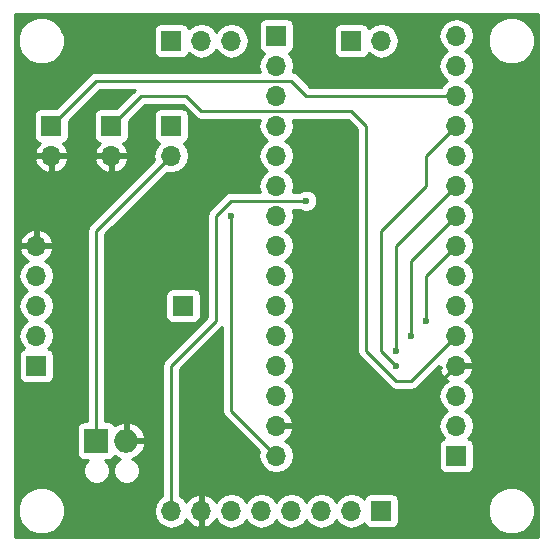
<source format=gbr>
G04 #@! TF.FileFunction,Copper,L2,Bot,Signal*
%FSLAX46Y46*%
G04 Gerber Fmt 4.6, Leading zero omitted, Abs format (unit mm)*
G04 Created by KiCad (PCBNEW 4.0.5) date 08/12/17 16:39:25*
%MOMM*%
%LPD*%
G01*
G04 APERTURE LIST*
%ADD10C,0.100000*%
%ADD11R,1.700000X1.700000*%
%ADD12O,1.700000X1.700000*%
%ADD13O,1.998980X1.998980*%
%ADD14R,1.998980X1.998980*%
%ADD15C,0.600000*%
%ADD16C,0.250000*%
%ADD17C,0.254000*%
G04 APERTURE END LIST*
D10*
D11*
X120650000Y-88900000D03*
D12*
X120650000Y-91440000D03*
D13*
X116840000Y-115570000D03*
D14*
X114300000Y-115570000D03*
D11*
X144780000Y-116840000D03*
D12*
X144780000Y-114300000D03*
X144780000Y-111760000D03*
X144780000Y-109220000D03*
X144780000Y-106680000D03*
X144780000Y-104140000D03*
X144780000Y-101600000D03*
X144780000Y-99060000D03*
X144780000Y-96520000D03*
X144780000Y-93980000D03*
X144780000Y-91440000D03*
X144780000Y-88900000D03*
X144780000Y-86360000D03*
X144780000Y-83820000D03*
X144780000Y-81280000D03*
D11*
X129540000Y-81280000D03*
D12*
X129540000Y-83820000D03*
X129540000Y-86360000D03*
X129540000Y-88900000D03*
X129540000Y-91440000D03*
X129540000Y-93980000D03*
X129540000Y-96520000D03*
X129540000Y-99060000D03*
X129540000Y-101600000D03*
X129540000Y-104140000D03*
X129540000Y-106680000D03*
X129540000Y-109220000D03*
X129540000Y-111760000D03*
X129540000Y-114300000D03*
X129540000Y-116840000D03*
D11*
X138430000Y-121500000D03*
D12*
X135890000Y-121500000D03*
X133350000Y-121500000D03*
X130810000Y-121500000D03*
X128270000Y-121500000D03*
X125730000Y-121500000D03*
X123190000Y-121500000D03*
X120650000Y-121500000D03*
D11*
X115570000Y-88900000D03*
D12*
X115570000Y-91440000D03*
D11*
X109220000Y-109220000D03*
D12*
X109220000Y-106680000D03*
X109220000Y-104140000D03*
X109220000Y-101600000D03*
X109220000Y-99060000D03*
D11*
X121650000Y-104140000D03*
X135890000Y-81700000D03*
D12*
X138430000Y-81700000D03*
D11*
X120650000Y-81700000D03*
D12*
X123190000Y-81700000D03*
X125730000Y-81700000D03*
D11*
X110490000Y-88900000D03*
D12*
X110490000Y-91440000D03*
D15*
X125730000Y-96520000D03*
X142240000Y-105410000D03*
X140970000Y-106680000D03*
X139700000Y-107950000D03*
X139700000Y-109220000D03*
X132080000Y-95250000D03*
D16*
X125730000Y-113030000D02*
X125730000Y-96520000D01*
X127000000Y-114300000D02*
X125730000Y-113030000D01*
X129540000Y-116840000D02*
X127000000Y-114300000D01*
X114300000Y-115570000D02*
X114300000Y-97790000D01*
X114300000Y-97790000D02*
X120650000Y-91440000D01*
X129540000Y-114300000D02*
X139700000Y-114300000D01*
X139700000Y-114300000D02*
X144780000Y-109220000D01*
X144780000Y-106680000D02*
X140970000Y-110490000D01*
X118110000Y-86360000D02*
X115570000Y-88900000D01*
X121920000Y-86360000D02*
X118110000Y-86360000D01*
X123190000Y-87630000D02*
X121920000Y-86360000D01*
X135890000Y-87630000D02*
X123190000Y-87630000D01*
X137160000Y-88900000D02*
X135890000Y-87630000D01*
X137160000Y-107950000D02*
X137160000Y-88900000D01*
X139700000Y-110490000D02*
X137160000Y-107950000D01*
X140970000Y-110490000D02*
X139700000Y-110490000D01*
X142240000Y-101600000D02*
X144780000Y-99060000D01*
X142240000Y-105410000D02*
X142240000Y-101600000D01*
X140970000Y-100330000D02*
X144780000Y-96520000D01*
X140970000Y-106680000D02*
X140970000Y-100330000D01*
X139700000Y-99060000D02*
X144780000Y-93980000D01*
X139700000Y-107950000D02*
X139700000Y-99060000D01*
X142240000Y-91440000D02*
X144780000Y-88900000D01*
X142240000Y-93980000D02*
X142240000Y-91440000D01*
X138430000Y-97790000D02*
X142240000Y-93980000D01*
X138430000Y-107950000D02*
X138430000Y-97790000D01*
X139700000Y-109220000D02*
X138430000Y-107950000D01*
X120650000Y-121500000D02*
X120650000Y-109220000D01*
X125730000Y-95250000D02*
X132080000Y-95250000D01*
X124460000Y-96520000D02*
X125730000Y-95250000D01*
X124460000Y-105410000D02*
X124460000Y-96520000D01*
X120650000Y-109220000D02*
X124460000Y-105410000D01*
X144780000Y-86360000D02*
X132080000Y-86360000D01*
X114300000Y-85090000D02*
X110490000Y-88900000D01*
X130810000Y-85090000D02*
X114300000Y-85090000D01*
X132080000Y-86360000D02*
X130810000Y-85090000D01*
D17*
G36*
X151690000Y-123750000D02*
X107390000Y-123750000D01*
X107390000Y-121893109D01*
X107654657Y-121893109D01*
X107956218Y-122622943D01*
X108514120Y-123181819D01*
X109243427Y-123484654D01*
X110033109Y-123485343D01*
X110762943Y-123183782D01*
X111321819Y-122625880D01*
X111624654Y-121896573D01*
X111625343Y-121106891D01*
X111323782Y-120377057D01*
X110765880Y-119818181D01*
X110036573Y-119515346D01*
X109246891Y-119514657D01*
X108517057Y-119816218D01*
X107958181Y-120374120D01*
X107655346Y-121103427D01*
X107654657Y-121893109D01*
X107390000Y-121893109D01*
X107390000Y-114570510D01*
X112653070Y-114570510D01*
X112653070Y-116569490D01*
X112697348Y-116804807D01*
X112836420Y-117020931D01*
X113048620Y-117165921D01*
X113300510Y-117216930D01*
X113588095Y-117216930D01*
X113338355Y-117466235D01*
X113165197Y-117883244D01*
X113164803Y-118334775D01*
X113337233Y-118752086D01*
X113656235Y-119071645D01*
X114073244Y-119244803D01*
X114524775Y-119245197D01*
X114942086Y-119072767D01*
X115261645Y-118753765D01*
X115434803Y-118336756D01*
X115435197Y-117885225D01*
X115262767Y-117467914D01*
X115012220Y-117216930D01*
X115299490Y-117216930D01*
X115534807Y-117172652D01*
X115750931Y-117033580D01*
X115861094Y-116872351D01*
X115880274Y-116893068D01*
X116321614Y-117096121D01*
X116197914Y-117147233D01*
X115878355Y-117466235D01*
X115705197Y-117883244D01*
X115704803Y-118334775D01*
X115877233Y-118752086D01*
X116196235Y-119071645D01*
X116613244Y-119244803D01*
X117064775Y-119245197D01*
X117482086Y-119072767D01*
X117801645Y-118753765D01*
X117974803Y-118336756D01*
X117975197Y-117885225D01*
X117802767Y-117467914D01*
X117483765Y-117148355D01*
X117358190Y-117096211D01*
X117799726Y-116893068D01*
X118232987Y-116425084D01*
X118429619Y-115950354D01*
X118310265Y-115697000D01*
X116967000Y-115697000D01*
X116967000Y-115717000D01*
X116713000Y-115717000D01*
X116713000Y-115697000D01*
X116693000Y-115697000D01*
X116693000Y-115443000D01*
X116713000Y-115443000D01*
X116713000Y-114099193D01*
X116967000Y-114099193D01*
X116967000Y-115443000D01*
X118310265Y-115443000D01*
X118429619Y-115189646D01*
X118232987Y-114714916D01*
X117799726Y-114246932D01*
X117220355Y-113980373D01*
X116967000Y-114099193D01*
X116713000Y-114099193D01*
X116459645Y-113980373D01*
X115880274Y-114246932D01*
X115859970Y-114268863D01*
X115763580Y-114119069D01*
X115551380Y-113974079D01*
X115299490Y-113923070D01*
X115060000Y-113923070D01*
X115060000Y-103290000D01*
X120152560Y-103290000D01*
X120152560Y-104990000D01*
X120196838Y-105225317D01*
X120335910Y-105441441D01*
X120548110Y-105586431D01*
X120800000Y-105637440D01*
X122500000Y-105637440D01*
X122735317Y-105593162D01*
X122951441Y-105454090D01*
X123096431Y-105241890D01*
X123147440Y-104990000D01*
X123147440Y-103290000D01*
X123103162Y-103054683D01*
X122964090Y-102838559D01*
X122751890Y-102693569D01*
X122500000Y-102642560D01*
X120800000Y-102642560D01*
X120564683Y-102686838D01*
X120348559Y-102825910D01*
X120203569Y-103038110D01*
X120152560Y-103290000D01*
X115060000Y-103290000D01*
X115060000Y-98104802D01*
X120303031Y-92861771D01*
X120620907Y-92925000D01*
X120679093Y-92925000D01*
X121247378Y-92811961D01*
X121729147Y-92490054D01*
X122051054Y-92008285D01*
X122164093Y-91440000D01*
X122051054Y-90871715D01*
X121729147Y-90389946D01*
X121687548Y-90362150D01*
X121735317Y-90353162D01*
X121951441Y-90214090D01*
X122096431Y-90001890D01*
X122147440Y-89750000D01*
X122147440Y-88050000D01*
X122103162Y-87814683D01*
X121964090Y-87598559D01*
X121751890Y-87453569D01*
X121500000Y-87402560D01*
X119800000Y-87402560D01*
X119564683Y-87446838D01*
X119348559Y-87585910D01*
X119203569Y-87798110D01*
X119152560Y-88050000D01*
X119152560Y-89750000D01*
X119196838Y-89985317D01*
X119335910Y-90201441D01*
X119548110Y-90346431D01*
X119615541Y-90360086D01*
X119570853Y-90389946D01*
X119248946Y-90871715D01*
X119135907Y-91440000D01*
X119208790Y-91806408D01*
X113762599Y-97252599D01*
X113597852Y-97499161D01*
X113540000Y-97790000D01*
X113540000Y-113923070D01*
X113300510Y-113923070D01*
X113065193Y-113967348D01*
X112849069Y-114106420D01*
X112704079Y-114318620D01*
X112653070Y-114570510D01*
X107390000Y-114570510D01*
X107390000Y-101600000D01*
X107705907Y-101600000D01*
X107818946Y-102168285D01*
X108140853Y-102650054D01*
X108470026Y-102870000D01*
X108140853Y-103089946D01*
X107818946Y-103571715D01*
X107705907Y-104140000D01*
X107818946Y-104708285D01*
X108140853Y-105190054D01*
X108470026Y-105410000D01*
X108140853Y-105629946D01*
X107818946Y-106111715D01*
X107705907Y-106680000D01*
X107818946Y-107248285D01*
X108140853Y-107730054D01*
X108182452Y-107757850D01*
X108134683Y-107766838D01*
X107918559Y-107905910D01*
X107773569Y-108118110D01*
X107722560Y-108370000D01*
X107722560Y-110070000D01*
X107766838Y-110305317D01*
X107905910Y-110521441D01*
X108118110Y-110666431D01*
X108370000Y-110717440D01*
X110070000Y-110717440D01*
X110305317Y-110673162D01*
X110521441Y-110534090D01*
X110666431Y-110321890D01*
X110717440Y-110070000D01*
X110717440Y-108370000D01*
X110673162Y-108134683D01*
X110534090Y-107918559D01*
X110321890Y-107773569D01*
X110254459Y-107759914D01*
X110299147Y-107730054D01*
X110621054Y-107248285D01*
X110734093Y-106680000D01*
X110621054Y-106111715D01*
X110299147Y-105629946D01*
X109969974Y-105410000D01*
X110299147Y-105190054D01*
X110621054Y-104708285D01*
X110734093Y-104140000D01*
X110621054Y-103571715D01*
X110299147Y-103089946D01*
X109969974Y-102870000D01*
X110299147Y-102650054D01*
X110621054Y-102168285D01*
X110734093Y-101600000D01*
X110621054Y-101031715D01*
X110299147Y-100549946D01*
X109958447Y-100322298D01*
X110101358Y-100255183D01*
X110491645Y-99826924D01*
X110661476Y-99416890D01*
X110540155Y-99187000D01*
X109347000Y-99187000D01*
X109347000Y-99207000D01*
X109093000Y-99207000D01*
X109093000Y-99187000D01*
X107899845Y-99187000D01*
X107778524Y-99416890D01*
X107948355Y-99826924D01*
X108338642Y-100255183D01*
X108481553Y-100322298D01*
X108140853Y-100549946D01*
X107818946Y-101031715D01*
X107705907Y-101600000D01*
X107390000Y-101600000D01*
X107390000Y-98703110D01*
X107778524Y-98703110D01*
X107899845Y-98933000D01*
X109093000Y-98933000D01*
X109093000Y-97739181D01*
X109347000Y-97739181D01*
X109347000Y-98933000D01*
X110540155Y-98933000D01*
X110661476Y-98703110D01*
X110491645Y-98293076D01*
X110101358Y-97864817D01*
X109576892Y-97618514D01*
X109347000Y-97739181D01*
X109093000Y-97739181D01*
X108863108Y-97618514D01*
X108338642Y-97864817D01*
X107948355Y-98293076D01*
X107778524Y-98703110D01*
X107390000Y-98703110D01*
X107390000Y-91796890D01*
X109048524Y-91796890D01*
X109218355Y-92206924D01*
X109608642Y-92635183D01*
X110133108Y-92881486D01*
X110363000Y-92760819D01*
X110363000Y-91567000D01*
X110617000Y-91567000D01*
X110617000Y-92760819D01*
X110846892Y-92881486D01*
X111371358Y-92635183D01*
X111761645Y-92206924D01*
X111931476Y-91796890D01*
X114128524Y-91796890D01*
X114298355Y-92206924D01*
X114688642Y-92635183D01*
X115213108Y-92881486D01*
X115443000Y-92760819D01*
X115443000Y-91567000D01*
X115697000Y-91567000D01*
X115697000Y-92760819D01*
X115926892Y-92881486D01*
X116451358Y-92635183D01*
X116841645Y-92206924D01*
X117011476Y-91796890D01*
X116890155Y-91567000D01*
X115697000Y-91567000D01*
X115443000Y-91567000D01*
X114249845Y-91567000D01*
X114128524Y-91796890D01*
X111931476Y-91796890D01*
X111810155Y-91567000D01*
X110617000Y-91567000D01*
X110363000Y-91567000D01*
X109169845Y-91567000D01*
X109048524Y-91796890D01*
X107390000Y-91796890D01*
X107390000Y-88050000D01*
X108992560Y-88050000D01*
X108992560Y-89750000D01*
X109036838Y-89985317D01*
X109175910Y-90201441D01*
X109388110Y-90346431D01*
X109496107Y-90368301D01*
X109218355Y-90673076D01*
X109048524Y-91083110D01*
X109169845Y-91313000D01*
X110363000Y-91313000D01*
X110363000Y-91293000D01*
X110617000Y-91293000D01*
X110617000Y-91313000D01*
X111810155Y-91313000D01*
X111931476Y-91083110D01*
X111761645Y-90673076D01*
X111485499Y-90370063D01*
X111575317Y-90353162D01*
X111791441Y-90214090D01*
X111936431Y-90001890D01*
X111987440Y-89750000D01*
X111987440Y-88477362D01*
X114614802Y-85850000D01*
X117545198Y-85850000D01*
X115992638Y-87402560D01*
X114720000Y-87402560D01*
X114484683Y-87446838D01*
X114268559Y-87585910D01*
X114123569Y-87798110D01*
X114072560Y-88050000D01*
X114072560Y-89750000D01*
X114116838Y-89985317D01*
X114255910Y-90201441D01*
X114468110Y-90346431D01*
X114576107Y-90368301D01*
X114298355Y-90673076D01*
X114128524Y-91083110D01*
X114249845Y-91313000D01*
X115443000Y-91313000D01*
X115443000Y-91293000D01*
X115697000Y-91293000D01*
X115697000Y-91313000D01*
X116890155Y-91313000D01*
X117011476Y-91083110D01*
X116841645Y-90673076D01*
X116565499Y-90370063D01*
X116655317Y-90353162D01*
X116871441Y-90214090D01*
X117016431Y-90001890D01*
X117067440Y-89750000D01*
X117067440Y-88477362D01*
X118424802Y-87120000D01*
X121605198Y-87120000D01*
X122652599Y-88167401D01*
X122899160Y-88332148D01*
X123190000Y-88390000D01*
X128127352Y-88390000D01*
X128025907Y-88900000D01*
X128138946Y-89468285D01*
X128460853Y-89950054D01*
X128790026Y-90170000D01*
X128460853Y-90389946D01*
X128138946Y-90871715D01*
X128025907Y-91440000D01*
X128138946Y-92008285D01*
X128460853Y-92490054D01*
X128790026Y-92710000D01*
X128460853Y-92929946D01*
X128138946Y-93411715D01*
X128025907Y-93980000D01*
X128127352Y-94490000D01*
X125730000Y-94490000D01*
X125439160Y-94547852D01*
X125192599Y-94712599D01*
X123922599Y-95982599D01*
X123757852Y-96229161D01*
X123700000Y-96520000D01*
X123700000Y-105095198D01*
X120112599Y-108682599D01*
X119947852Y-108929161D01*
X119890000Y-109220000D01*
X119890000Y-120227046D01*
X119599946Y-120420853D01*
X119278039Y-120902622D01*
X119165000Y-121470907D01*
X119165000Y-121529093D01*
X119278039Y-122097378D01*
X119599946Y-122579147D01*
X120081715Y-122901054D01*
X120650000Y-123014093D01*
X121218285Y-122901054D01*
X121700054Y-122579147D01*
X121927702Y-122238447D01*
X121994817Y-122381358D01*
X122423076Y-122771645D01*
X122833110Y-122941476D01*
X123063000Y-122820155D01*
X123063000Y-121627000D01*
X123043000Y-121627000D01*
X123043000Y-121373000D01*
X123063000Y-121373000D01*
X123063000Y-120179845D01*
X123317000Y-120179845D01*
X123317000Y-121373000D01*
X123337000Y-121373000D01*
X123337000Y-121627000D01*
X123317000Y-121627000D01*
X123317000Y-122820155D01*
X123546890Y-122941476D01*
X123956924Y-122771645D01*
X124385183Y-122381358D01*
X124452298Y-122238447D01*
X124679946Y-122579147D01*
X125161715Y-122901054D01*
X125730000Y-123014093D01*
X126298285Y-122901054D01*
X126780054Y-122579147D01*
X127000000Y-122249974D01*
X127219946Y-122579147D01*
X127701715Y-122901054D01*
X128270000Y-123014093D01*
X128838285Y-122901054D01*
X129320054Y-122579147D01*
X129540000Y-122249974D01*
X129759946Y-122579147D01*
X130241715Y-122901054D01*
X130810000Y-123014093D01*
X131378285Y-122901054D01*
X131860054Y-122579147D01*
X132080000Y-122249974D01*
X132299946Y-122579147D01*
X132781715Y-122901054D01*
X133350000Y-123014093D01*
X133918285Y-122901054D01*
X134400054Y-122579147D01*
X134620000Y-122249974D01*
X134839946Y-122579147D01*
X135321715Y-122901054D01*
X135890000Y-123014093D01*
X136458285Y-122901054D01*
X136940054Y-122579147D01*
X136967850Y-122537548D01*
X136976838Y-122585317D01*
X137115910Y-122801441D01*
X137328110Y-122946431D01*
X137580000Y-122997440D01*
X139280000Y-122997440D01*
X139515317Y-122953162D01*
X139731441Y-122814090D01*
X139876431Y-122601890D01*
X139927440Y-122350000D01*
X139927440Y-121893109D01*
X147454657Y-121893109D01*
X147756218Y-122622943D01*
X148314120Y-123181819D01*
X149043427Y-123484654D01*
X149833109Y-123485343D01*
X150562943Y-123183782D01*
X151121819Y-122625880D01*
X151424654Y-121896573D01*
X151425343Y-121106891D01*
X151123782Y-120377057D01*
X150565880Y-119818181D01*
X149836573Y-119515346D01*
X149046891Y-119514657D01*
X148317057Y-119816218D01*
X147758181Y-120374120D01*
X147455346Y-121103427D01*
X147454657Y-121893109D01*
X139927440Y-121893109D01*
X139927440Y-120650000D01*
X139883162Y-120414683D01*
X139744090Y-120198559D01*
X139531890Y-120053569D01*
X139280000Y-120002560D01*
X137580000Y-120002560D01*
X137344683Y-120046838D01*
X137128559Y-120185910D01*
X136983569Y-120398110D01*
X136969914Y-120465541D01*
X136940054Y-120420853D01*
X136458285Y-120098946D01*
X135890000Y-119985907D01*
X135321715Y-120098946D01*
X134839946Y-120420853D01*
X134620000Y-120750026D01*
X134400054Y-120420853D01*
X133918285Y-120098946D01*
X133350000Y-119985907D01*
X132781715Y-120098946D01*
X132299946Y-120420853D01*
X132080000Y-120750026D01*
X131860054Y-120420853D01*
X131378285Y-120098946D01*
X130810000Y-119985907D01*
X130241715Y-120098946D01*
X129759946Y-120420853D01*
X129540000Y-120750026D01*
X129320054Y-120420853D01*
X128838285Y-120098946D01*
X128270000Y-119985907D01*
X127701715Y-120098946D01*
X127219946Y-120420853D01*
X127000000Y-120750026D01*
X126780054Y-120420853D01*
X126298285Y-120098946D01*
X125730000Y-119985907D01*
X125161715Y-120098946D01*
X124679946Y-120420853D01*
X124452298Y-120761553D01*
X124385183Y-120618642D01*
X123956924Y-120228355D01*
X123546890Y-120058524D01*
X123317000Y-120179845D01*
X123063000Y-120179845D01*
X122833110Y-120058524D01*
X122423076Y-120228355D01*
X121994817Y-120618642D01*
X121927702Y-120761553D01*
X121700054Y-120420853D01*
X121410000Y-120227046D01*
X121410000Y-109534802D01*
X124970000Y-105974802D01*
X124970000Y-113030000D01*
X125027852Y-113320839D01*
X125192599Y-113567401D01*
X128098790Y-116473592D01*
X128025907Y-116840000D01*
X128138946Y-117408285D01*
X128460853Y-117890054D01*
X128942622Y-118211961D01*
X129510907Y-118325000D01*
X129569093Y-118325000D01*
X130137378Y-118211961D01*
X130619147Y-117890054D01*
X130941054Y-117408285D01*
X131054093Y-116840000D01*
X130941054Y-116271715D01*
X130619147Y-115789946D01*
X130278447Y-115562298D01*
X130421358Y-115495183D01*
X130811645Y-115066924D01*
X130981476Y-114656890D01*
X130860155Y-114427000D01*
X129667000Y-114427000D01*
X129667000Y-114447000D01*
X129413000Y-114447000D01*
X129413000Y-114427000D01*
X129393000Y-114427000D01*
X129393000Y-114173000D01*
X129413000Y-114173000D01*
X129413000Y-114153000D01*
X129667000Y-114153000D01*
X129667000Y-114173000D01*
X130860155Y-114173000D01*
X130981476Y-113943110D01*
X130811645Y-113533076D01*
X130421358Y-113104817D01*
X130278447Y-113037702D01*
X130619147Y-112810054D01*
X130941054Y-112328285D01*
X131054093Y-111760000D01*
X130941054Y-111191715D01*
X130619147Y-110709946D01*
X130289974Y-110490000D01*
X130619147Y-110270054D01*
X130941054Y-109788285D01*
X131054093Y-109220000D01*
X130941054Y-108651715D01*
X130619147Y-108169946D01*
X130289974Y-107950000D01*
X130619147Y-107730054D01*
X130941054Y-107248285D01*
X131054093Y-106680000D01*
X130941054Y-106111715D01*
X130619147Y-105629946D01*
X130289974Y-105410000D01*
X130619147Y-105190054D01*
X130941054Y-104708285D01*
X131054093Y-104140000D01*
X130941054Y-103571715D01*
X130619147Y-103089946D01*
X130289974Y-102870000D01*
X130619147Y-102650054D01*
X130941054Y-102168285D01*
X131054093Y-101600000D01*
X130941054Y-101031715D01*
X130619147Y-100549946D01*
X130289974Y-100330000D01*
X130619147Y-100110054D01*
X130941054Y-99628285D01*
X131054093Y-99060000D01*
X130941054Y-98491715D01*
X130619147Y-98009946D01*
X130289974Y-97790000D01*
X130619147Y-97570054D01*
X130941054Y-97088285D01*
X131054093Y-96520000D01*
X130952648Y-96010000D01*
X131517537Y-96010000D01*
X131549673Y-96042192D01*
X131893201Y-96184838D01*
X132265167Y-96185162D01*
X132608943Y-96043117D01*
X132872192Y-95780327D01*
X133014838Y-95436799D01*
X133015162Y-95064833D01*
X132873117Y-94721057D01*
X132610327Y-94457808D01*
X132266799Y-94315162D01*
X131894833Y-94314838D01*
X131551057Y-94456883D01*
X131517882Y-94490000D01*
X130952648Y-94490000D01*
X131054093Y-93980000D01*
X130941054Y-93411715D01*
X130619147Y-92929946D01*
X130289974Y-92710000D01*
X130619147Y-92490054D01*
X130941054Y-92008285D01*
X131054093Y-91440000D01*
X130941054Y-90871715D01*
X130619147Y-90389946D01*
X130289974Y-90170000D01*
X130619147Y-89950054D01*
X130941054Y-89468285D01*
X131054093Y-88900000D01*
X130952648Y-88390000D01*
X135575198Y-88390000D01*
X136400000Y-89214802D01*
X136400000Y-107950000D01*
X136457852Y-108240839D01*
X136622599Y-108487401D01*
X139162599Y-111027401D01*
X139409160Y-111192148D01*
X139457414Y-111201746D01*
X139700000Y-111250000D01*
X140970000Y-111250000D01*
X141260839Y-111192148D01*
X141507401Y-111027401D01*
X143295000Y-109239802D01*
X143295000Y-109347002D01*
X143459844Y-109347002D01*
X143338524Y-109576890D01*
X143508355Y-109986924D01*
X143898642Y-110415183D01*
X144041553Y-110482298D01*
X143700853Y-110709946D01*
X143378946Y-111191715D01*
X143265907Y-111760000D01*
X143378946Y-112328285D01*
X143700853Y-112810054D01*
X144030026Y-113030000D01*
X143700853Y-113249946D01*
X143378946Y-113731715D01*
X143265907Y-114300000D01*
X143378946Y-114868285D01*
X143700853Y-115350054D01*
X143742452Y-115377850D01*
X143694683Y-115386838D01*
X143478559Y-115525910D01*
X143333569Y-115738110D01*
X143282560Y-115990000D01*
X143282560Y-117690000D01*
X143326838Y-117925317D01*
X143465910Y-118141441D01*
X143678110Y-118286431D01*
X143930000Y-118337440D01*
X145630000Y-118337440D01*
X145865317Y-118293162D01*
X146081441Y-118154090D01*
X146226431Y-117941890D01*
X146277440Y-117690000D01*
X146277440Y-115990000D01*
X146233162Y-115754683D01*
X146094090Y-115538559D01*
X145881890Y-115393569D01*
X145814459Y-115379914D01*
X145859147Y-115350054D01*
X146181054Y-114868285D01*
X146294093Y-114300000D01*
X146181054Y-113731715D01*
X145859147Y-113249946D01*
X145529974Y-113030000D01*
X145859147Y-112810054D01*
X146181054Y-112328285D01*
X146294093Y-111760000D01*
X146181054Y-111191715D01*
X145859147Y-110709946D01*
X145518447Y-110482298D01*
X145661358Y-110415183D01*
X146051645Y-109986924D01*
X146221476Y-109576890D01*
X146100155Y-109347000D01*
X144907000Y-109347000D01*
X144907000Y-109367000D01*
X144653000Y-109367000D01*
X144653000Y-109347000D01*
X144633000Y-109347000D01*
X144633000Y-109093000D01*
X144653000Y-109093000D01*
X144653000Y-109073000D01*
X144907000Y-109073000D01*
X144907000Y-109093000D01*
X146100155Y-109093000D01*
X146221476Y-108863110D01*
X146051645Y-108453076D01*
X145661358Y-108024817D01*
X145518447Y-107957702D01*
X145859147Y-107730054D01*
X146181054Y-107248285D01*
X146294093Y-106680000D01*
X146181054Y-106111715D01*
X145859147Y-105629946D01*
X145529974Y-105410000D01*
X145859147Y-105190054D01*
X146181054Y-104708285D01*
X146294093Y-104140000D01*
X146181054Y-103571715D01*
X145859147Y-103089946D01*
X145529974Y-102870000D01*
X145859147Y-102650054D01*
X146181054Y-102168285D01*
X146294093Y-101600000D01*
X146181054Y-101031715D01*
X145859147Y-100549946D01*
X145529974Y-100330000D01*
X145859147Y-100110054D01*
X146181054Y-99628285D01*
X146294093Y-99060000D01*
X146181054Y-98491715D01*
X145859147Y-98009946D01*
X145529974Y-97790000D01*
X145859147Y-97570054D01*
X146181054Y-97088285D01*
X146294093Y-96520000D01*
X146181054Y-95951715D01*
X145859147Y-95469946D01*
X145529974Y-95250000D01*
X145859147Y-95030054D01*
X146181054Y-94548285D01*
X146294093Y-93980000D01*
X146181054Y-93411715D01*
X145859147Y-92929946D01*
X145529974Y-92710000D01*
X145859147Y-92490054D01*
X146181054Y-92008285D01*
X146294093Y-91440000D01*
X146181054Y-90871715D01*
X145859147Y-90389946D01*
X145529974Y-90170000D01*
X145859147Y-89950054D01*
X146181054Y-89468285D01*
X146294093Y-88900000D01*
X146181054Y-88331715D01*
X145859147Y-87849946D01*
X145529974Y-87630000D01*
X145859147Y-87410054D01*
X146181054Y-86928285D01*
X146294093Y-86360000D01*
X146181054Y-85791715D01*
X145859147Y-85309946D01*
X145529974Y-85090000D01*
X145859147Y-84870054D01*
X146181054Y-84388285D01*
X146294093Y-83820000D01*
X146181054Y-83251715D01*
X145859147Y-82769946D01*
X145529974Y-82550000D01*
X145859147Y-82330054D01*
X146017468Y-82093109D01*
X147454657Y-82093109D01*
X147756218Y-82822943D01*
X148314120Y-83381819D01*
X149043427Y-83684654D01*
X149833109Y-83685343D01*
X150562943Y-83383782D01*
X151121819Y-82825880D01*
X151424654Y-82096573D01*
X151425343Y-81306891D01*
X151123782Y-80577057D01*
X150565880Y-80018181D01*
X149836573Y-79715346D01*
X149046891Y-79714657D01*
X148317057Y-80016218D01*
X147758181Y-80574120D01*
X147455346Y-81303427D01*
X147454657Y-82093109D01*
X146017468Y-82093109D01*
X146181054Y-81848285D01*
X146294093Y-81280000D01*
X146181054Y-80711715D01*
X145859147Y-80229946D01*
X145377378Y-79908039D01*
X144809093Y-79795000D01*
X144750907Y-79795000D01*
X144182622Y-79908039D01*
X143700853Y-80229946D01*
X143378946Y-80711715D01*
X143265907Y-81280000D01*
X143378946Y-81848285D01*
X143700853Y-82330054D01*
X144030026Y-82550000D01*
X143700853Y-82769946D01*
X143378946Y-83251715D01*
X143265907Y-83820000D01*
X143378946Y-84388285D01*
X143700853Y-84870054D01*
X144030026Y-85090000D01*
X143700853Y-85309946D01*
X143507046Y-85600000D01*
X132394802Y-85600000D01*
X131347401Y-84552599D01*
X131100839Y-84387852D01*
X130947218Y-84357295D01*
X131054093Y-83820000D01*
X130941054Y-83251715D01*
X130619147Y-82769946D01*
X130577548Y-82742150D01*
X130625317Y-82733162D01*
X130841441Y-82594090D01*
X130986431Y-82381890D01*
X131037440Y-82130000D01*
X131037440Y-80850000D01*
X134392560Y-80850000D01*
X134392560Y-82550000D01*
X134436838Y-82785317D01*
X134575910Y-83001441D01*
X134788110Y-83146431D01*
X135040000Y-83197440D01*
X136740000Y-83197440D01*
X136975317Y-83153162D01*
X137191441Y-83014090D01*
X137336431Y-82801890D01*
X137350086Y-82734459D01*
X137379946Y-82779147D01*
X137861715Y-83101054D01*
X138430000Y-83214093D01*
X138998285Y-83101054D01*
X139480054Y-82779147D01*
X139801961Y-82297378D01*
X139915000Y-81729093D01*
X139915000Y-81670907D01*
X139801961Y-81102622D01*
X139480054Y-80620853D01*
X138998285Y-80298946D01*
X138430000Y-80185907D01*
X137861715Y-80298946D01*
X137379946Y-80620853D01*
X137352150Y-80662452D01*
X137343162Y-80614683D01*
X137204090Y-80398559D01*
X136991890Y-80253569D01*
X136740000Y-80202560D01*
X135040000Y-80202560D01*
X134804683Y-80246838D01*
X134588559Y-80385910D01*
X134443569Y-80598110D01*
X134392560Y-80850000D01*
X131037440Y-80850000D01*
X131037440Y-80430000D01*
X130993162Y-80194683D01*
X130854090Y-79978559D01*
X130641890Y-79833569D01*
X130390000Y-79782560D01*
X128690000Y-79782560D01*
X128454683Y-79826838D01*
X128238559Y-79965910D01*
X128093569Y-80178110D01*
X128042560Y-80430000D01*
X128042560Y-82130000D01*
X128086838Y-82365317D01*
X128225910Y-82581441D01*
X128438110Y-82726431D01*
X128505541Y-82740086D01*
X128460853Y-82769946D01*
X128138946Y-83251715D01*
X128025907Y-83820000D01*
X128127352Y-84330000D01*
X114300000Y-84330000D01*
X114009161Y-84387852D01*
X113762599Y-84552599D01*
X110912638Y-87402560D01*
X109640000Y-87402560D01*
X109404683Y-87446838D01*
X109188559Y-87585910D01*
X109043569Y-87798110D01*
X108992560Y-88050000D01*
X107390000Y-88050000D01*
X107390000Y-82093109D01*
X107654657Y-82093109D01*
X107956218Y-82822943D01*
X108514120Y-83381819D01*
X109243427Y-83684654D01*
X110033109Y-83685343D01*
X110762943Y-83383782D01*
X111321819Y-82825880D01*
X111624654Y-82096573D01*
X111625343Y-81306891D01*
X111436560Y-80850000D01*
X119152560Y-80850000D01*
X119152560Y-82550000D01*
X119196838Y-82785317D01*
X119335910Y-83001441D01*
X119548110Y-83146431D01*
X119800000Y-83197440D01*
X121500000Y-83197440D01*
X121735317Y-83153162D01*
X121951441Y-83014090D01*
X122096431Y-82801890D01*
X122110086Y-82734459D01*
X122139946Y-82779147D01*
X122621715Y-83101054D01*
X123190000Y-83214093D01*
X123758285Y-83101054D01*
X124240054Y-82779147D01*
X124460000Y-82449974D01*
X124679946Y-82779147D01*
X125161715Y-83101054D01*
X125730000Y-83214093D01*
X126298285Y-83101054D01*
X126780054Y-82779147D01*
X127101961Y-82297378D01*
X127215000Y-81729093D01*
X127215000Y-81670907D01*
X127101961Y-81102622D01*
X126780054Y-80620853D01*
X126298285Y-80298946D01*
X125730000Y-80185907D01*
X125161715Y-80298946D01*
X124679946Y-80620853D01*
X124460000Y-80950026D01*
X124240054Y-80620853D01*
X123758285Y-80298946D01*
X123190000Y-80185907D01*
X122621715Y-80298946D01*
X122139946Y-80620853D01*
X122112150Y-80662452D01*
X122103162Y-80614683D01*
X121964090Y-80398559D01*
X121751890Y-80253569D01*
X121500000Y-80202560D01*
X119800000Y-80202560D01*
X119564683Y-80246838D01*
X119348559Y-80385910D01*
X119203569Y-80598110D01*
X119152560Y-80850000D01*
X111436560Y-80850000D01*
X111323782Y-80577057D01*
X110765880Y-80018181D01*
X110036573Y-79715346D01*
X109246891Y-79714657D01*
X108517057Y-80016218D01*
X107958181Y-80574120D01*
X107655346Y-81303427D01*
X107654657Y-82093109D01*
X107390000Y-82093109D01*
X107390000Y-79450000D01*
X151690000Y-79450000D01*
X151690000Y-123750000D01*
X151690000Y-123750000D01*
G37*
X151690000Y-123750000D02*
X107390000Y-123750000D01*
X107390000Y-121893109D01*
X107654657Y-121893109D01*
X107956218Y-122622943D01*
X108514120Y-123181819D01*
X109243427Y-123484654D01*
X110033109Y-123485343D01*
X110762943Y-123183782D01*
X111321819Y-122625880D01*
X111624654Y-121896573D01*
X111625343Y-121106891D01*
X111323782Y-120377057D01*
X110765880Y-119818181D01*
X110036573Y-119515346D01*
X109246891Y-119514657D01*
X108517057Y-119816218D01*
X107958181Y-120374120D01*
X107655346Y-121103427D01*
X107654657Y-121893109D01*
X107390000Y-121893109D01*
X107390000Y-114570510D01*
X112653070Y-114570510D01*
X112653070Y-116569490D01*
X112697348Y-116804807D01*
X112836420Y-117020931D01*
X113048620Y-117165921D01*
X113300510Y-117216930D01*
X113588095Y-117216930D01*
X113338355Y-117466235D01*
X113165197Y-117883244D01*
X113164803Y-118334775D01*
X113337233Y-118752086D01*
X113656235Y-119071645D01*
X114073244Y-119244803D01*
X114524775Y-119245197D01*
X114942086Y-119072767D01*
X115261645Y-118753765D01*
X115434803Y-118336756D01*
X115435197Y-117885225D01*
X115262767Y-117467914D01*
X115012220Y-117216930D01*
X115299490Y-117216930D01*
X115534807Y-117172652D01*
X115750931Y-117033580D01*
X115861094Y-116872351D01*
X115880274Y-116893068D01*
X116321614Y-117096121D01*
X116197914Y-117147233D01*
X115878355Y-117466235D01*
X115705197Y-117883244D01*
X115704803Y-118334775D01*
X115877233Y-118752086D01*
X116196235Y-119071645D01*
X116613244Y-119244803D01*
X117064775Y-119245197D01*
X117482086Y-119072767D01*
X117801645Y-118753765D01*
X117974803Y-118336756D01*
X117975197Y-117885225D01*
X117802767Y-117467914D01*
X117483765Y-117148355D01*
X117358190Y-117096211D01*
X117799726Y-116893068D01*
X118232987Y-116425084D01*
X118429619Y-115950354D01*
X118310265Y-115697000D01*
X116967000Y-115697000D01*
X116967000Y-115717000D01*
X116713000Y-115717000D01*
X116713000Y-115697000D01*
X116693000Y-115697000D01*
X116693000Y-115443000D01*
X116713000Y-115443000D01*
X116713000Y-114099193D01*
X116967000Y-114099193D01*
X116967000Y-115443000D01*
X118310265Y-115443000D01*
X118429619Y-115189646D01*
X118232987Y-114714916D01*
X117799726Y-114246932D01*
X117220355Y-113980373D01*
X116967000Y-114099193D01*
X116713000Y-114099193D01*
X116459645Y-113980373D01*
X115880274Y-114246932D01*
X115859970Y-114268863D01*
X115763580Y-114119069D01*
X115551380Y-113974079D01*
X115299490Y-113923070D01*
X115060000Y-113923070D01*
X115060000Y-103290000D01*
X120152560Y-103290000D01*
X120152560Y-104990000D01*
X120196838Y-105225317D01*
X120335910Y-105441441D01*
X120548110Y-105586431D01*
X120800000Y-105637440D01*
X122500000Y-105637440D01*
X122735317Y-105593162D01*
X122951441Y-105454090D01*
X123096431Y-105241890D01*
X123147440Y-104990000D01*
X123147440Y-103290000D01*
X123103162Y-103054683D01*
X122964090Y-102838559D01*
X122751890Y-102693569D01*
X122500000Y-102642560D01*
X120800000Y-102642560D01*
X120564683Y-102686838D01*
X120348559Y-102825910D01*
X120203569Y-103038110D01*
X120152560Y-103290000D01*
X115060000Y-103290000D01*
X115060000Y-98104802D01*
X120303031Y-92861771D01*
X120620907Y-92925000D01*
X120679093Y-92925000D01*
X121247378Y-92811961D01*
X121729147Y-92490054D01*
X122051054Y-92008285D01*
X122164093Y-91440000D01*
X122051054Y-90871715D01*
X121729147Y-90389946D01*
X121687548Y-90362150D01*
X121735317Y-90353162D01*
X121951441Y-90214090D01*
X122096431Y-90001890D01*
X122147440Y-89750000D01*
X122147440Y-88050000D01*
X122103162Y-87814683D01*
X121964090Y-87598559D01*
X121751890Y-87453569D01*
X121500000Y-87402560D01*
X119800000Y-87402560D01*
X119564683Y-87446838D01*
X119348559Y-87585910D01*
X119203569Y-87798110D01*
X119152560Y-88050000D01*
X119152560Y-89750000D01*
X119196838Y-89985317D01*
X119335910Y-90201441D01*
X119548110Y-90346431D01*
X119615541Y-90360086D01*
X119570853Y-90389946D01*
X119248946Y-90871715D01*
X119135907Y-91440000D01*
X119208790Y-91806408D01*
X113762599Y-97252599D01*
X113597852Y-97499161D01*
X113540000Y-97790000D01*
X113540000Y-113923070D01*
X113300510Y-113923070D01*
X113065193Y-113967348D01*
X112849069Y-114106420D01*
X112704079Y-114318620D01*
X112653070Y-114570510D01*
X107390000Y-114570510D01*
X107390000Y-101600000D01*
X107705907Y-101600000D01*
X107818946Y-102168285D01*
X108140853Y-102650054D01*
X108470026Y-102870000D01*
X108140853Y-103089946D01*
X107818946Y-103571715D01*
X107705907Y-104140000D01*
X107818946Y-104708285D01*
X108140853Y-105190054D01*
X108470026Y-105410000D01*
X108140853Y-105629946D01*
X107818946Y-106111715D01*
X107705907Y-106680000D01*
X107818946Y-107248285D01*
X108140853Y-107730054D01*
X108182452Y-107757850D01*
X108134683Y-107766838D01*
X107918559Y-107905910D01*
X107773569Y-108118110D01*
X107722560Y-108370000D01*
X107722560Y-110070000D01*
X107766838Y-110305317D01*
X107905910Y-110521441D01*
X108118110Y-110666431D01*
X108370000Y-110717440D01*
X110070000Y-110717440D01*
X110305317Y-110673162D01*
X110521441Y-110534090D01*
X110666431Y-110321890D01*
X110717440Y-110070000D01*
X110717440Y-108370000D01*
X110673162Y-108134683D01*
X110534090Y-107918559D01*
X110321890Y-107773569D01*
X110254459Y-107759914D01*
X110299147Y-107730054D01*
X110621054Y-107248285D01*
X110734093Y-106680000D01*
X110621054Y-106111715D01*
X110299147Y-105629946D01*
X109969974Y-105410000D01*
X110299147Y-105190054D01*
X110621054Y-104708285D01*
X110734093Y-104140000D01*
X110621054Y-103571715D01*
X110299147Y-103089946D01*
X109969974Y-102870000D01*
X110299147Y-102650054D01*
X110621054Y-102168285D01*
X110734093Y-101600000D01*
X110621054Y-101031715D01*
X110299147Y-100549946D01*
X109958447Y-100322298D01*
X110101358Y-100255183D01*
X110491645Y-99826924D01*
X110661476Y-99416890D01*
X110540155Y-99187000D01*
X109347000Y-99187000D01*
X109347000Y-99207000D01*
X109093000Y-99207000D01*
X109093000Y-99187000D01*
X107899845Y-99187000D01*
X107778524Y-99416890D01*
X107948355Y-99826924D01*
X108338642Y-100255183D01*
X108481553Y-100322298D01*
X108140853Y-100549946D01*
X107818946Y-101031715D01*
X107705907Y-101600000D01*
X107390000Y-101600000D01*
X107390000Y-98703110D01*
X107778524Y-98703110D01*
X107899845Y-98933000D01*
X109093000Y-98933000D01*
X109093000Y-97739181D01*
X109347000Y-97739181D01*
X109347000Y-98933000D01*
X110540155Y-98933000D01*
X110661476Y-98703110D01*
X110491645Y-98293076D01*
X110101358Y-97864817D01*
X109576892Y-97618514D01*
X109347000Y-97739181D01*
X109093000Y-97739181D01*
X108863108Y-97618514D01*
X108338642Y-97864817D01*
X107948355Y-98293076D01*
X107778524Y-98703110D01*
X107390000Y-98703110D01*
X107390000Y-91796890D01*
X109048524Y-91796890D01*
X109218355Y-92206924D01*
X109608642Y-92635183D01*
X110133108Y-92881486D01*
X110363000Y-92760819D01*
X110363000Y-91567000D01*
X110617000Y-91567000D01*
X110617000Y-92760819D01*
X110846892Y-92881486D01*
X111371358Y-92635183D01*
X111761645Y-92206924D01*
X111931476Y-91796890D01*
X114128524Y-91796890D01*
X114298355Y-92206924D01*
X114688642Y-92635183D01*
X115213108Y-92881486D01*
X115443000Y-92760819D01*
X115443000Y-91567000D01*
X115697000Y-91567000D01*
X115697000Y-92760819D01*
X115926892Y-92881486D01*
X116451358Y-92635183D01*
X116841645Y-92206924D01*
X117011476Y-91796890D01*
X116890155Y-91567000D01*
X115697000Y-91567000D01*
X115443000Y-91567000D01*
X114249845Y-91567000D01*
X114128524Y-91796890D01*
X111931476Y-91796890D01*
X111810155Y-91567000D01*
X110617000Y-91567000D01*
X110363000Y-91567000D01*
X109169845Y-91567000D01*
X109048524Y-91796890D01*
X107390000Y-91796890D01*
X107390000Y-88050000D01*
X108992560Y-88050000D01*
X108992560Y-89750000D01*
X109036838Y-89985317D01*
X109175910Y-90201441D01*
X109388110Y-90346431D01*
X109496107Y-90368301D01*
X109218355Y-90673076D01*
X109048524Y-91083110D01*
X109169845Y-91313000D01*
X110363000Y-91313000D01*
X110363000Y-91293000D01*
X110617000Y-91293000D01*
X110617000Y-91313000D01*
X111810155Y-91313000D01*
X111931476Y-91083110D01*
X111761645Y-90673076D01*
X111485499Y-90370063D01*
X111575317Y-90353162D01*
X111791441Y-90214090D01*
X111936431Y-90001890D01*
X111987440Y-89750000D01*
X111987440Y-88477362D01*
X114614802Y-85850000D01*
X117545198Y-85850000D01*
X115992638Y-87402560D01*
X114720000Y-87402560D01*
X114484683Y-87446838D01*
X114268559Y-87585910D01*
X114123569Y-87798110D01*
X114072560Y-88050000D01*
X114072560Y-89750000D01*
X114116838Y-89985317D01*
X114255910Y-90201441D01*
X114468110Y-90346431D01*
X114576107Y-90368301D01*
X114298355Y-90673076D01*
X114128524Y-91083110D01*
X114249845Y-91313000D01*
X115443000Y-91313000D01*
X115443000Y-91293000D01*
X115697000Y-91293000D01*
X115697000Y-91313000D01*
X116890155Y-91313000D01*
X117011476Y-91083110D01*
X116841645Y-90673076D01*
X116565499Y-90370063D01*
X116655317Y-90353162D01*
X116871441Y-90214090D01*
X117016431Y-90001890D01*
X117067440Y-89750000D01*
X117067440Y-88477362D01*
X118424802Y-87120000D01*
X121605198Y-87120000D01*
X122652599Y-88167401D01*
X122899160Y-88332148D01*
X123190000Y-88390000D01*
X128127352Y-88390000D01*
X128025907Y-88900000D01*
X128138946Y-89468285D01*
X128460853Y-89950054D01*
X128790026Y-90170000D01*
X128460853Y-90389946D01*
X128138946Y-90871715D01*
X128025907Y-91440000D01*
X128138946Y-92008285D01*
X128460853Y-92490054D01*
X128790026Y-92710000D01*
X128460853Y-92929946D01*
X128138946Y-93411715D01*
X128025907Y-93980000D01*
X128127352Y-94490000D01*
X125730000Y-94490000D01*
X125439160Y-94547852D01*
X125192599Y-94712599D01*
X123922599Y-95982599D01*
X123757852Y-96229161D01*
X123700000Y-96520000D01*
X123700000Y-105095198D01*
X120112599Y-108682599D01*
X119947852Y-108929161D01*
X119890000Y-109220000D01*
X119890000Y-120227046D01*
X119599946Y-120420853D01*
X119278039Y-120902622D01*
X119165000Y-121470907D01*
X119165000Y-121529093D01*
X119278039Y-122097378D01*
X119599946Y-122579147D01*
X120081715Y-122901054D01*
X120650000Y-123014093D01*
X121218285Y-122901054D01*
X121700054Y-122579147D01*
X121927702Y-122238447D01*
X121994817Y-122381358D01*
X122423076Y-122771645D01*
X122833110Y-122941476D01*
X123063000Y-122820155D01*
X123063000Y-121627000D01*
X123043000Y-121627000D01*
X123043000Y-121373000D01*
X123063000Y-121373000D01*
X123063000Y-120179845D01*
X123317000Y-120179845D01*
X123317000Y-121373000D01*
X123337000Y-121373000D01*
X123337000Y-121627000D01*
X123317000Y-121627000D01*
X123317000Y-122820155D01*
X123546890Y-122941476D01*
X123956924Y-122771645D01*
X124385183Y-122381358D01*
X124452298Y-122238447D01*
X124679946Y-122579147D01*
X125161715Y-122901054D01*
X125730000Y-123014093D01*
X126298285Y-122901054D01*
X126780054Y-122579147D01*
X127000000Y-122249974D01*
X127219946Y-122579147D01*
X127701715Y-122901054D01*
X128270000Y-123014093D01*
X128838285Y-122901054D01*
X129320054Y-122579147D01*
X129540000Y-122249974D01*
X129759946Y-122579147D01*
X130241715Y-122901054D01*
X130810000Y-123014093D01*
X131378285Y-122901054D01*
X131860054Y-122579147D01*
X132080000Y-122249974D01*
X132299946Y-122579147D01*
X132781715Y-122901054D01*
X133350000Y-123014093D01*
X133918285Y-122901054D01*
X134400054Y-122579147D01*
X134620000Y-122249974D01*
X134839946Y-122579147D01*
X135321715Y-122901054D01*
X135890000Y-123014093D01*
X136458285Y-122901054D01*
X136940054Y-122579147D01*
X136967850Y-122537548D01*
X136976838Y-122585317D01*
X137115910Y-122801441D01*
X137328110Y-122946431D01*
X137580000Y-122997440D01*
X139280000Y-122997440D01*
X139515317Y-122953162D01*
X139731441Y-122814090D01*
X139876431Y-122601890D01*
X139927440Y-122350000D01*
X139927440Y-121893109D01*
X147454657Y-121893109D01*
X147756218Y-122622943D01*
X148314120Y-123181819D01*
X149043427Y-123484654D01*
X149833109Y-123485343D01*
X150562943Y-123183782D01*
X151121819Y-122625880D01*
X151424654Y-121896573D01*
X151425343Y-121106891D01*
X151123782Y-120377057D01*
X150565880Y-119818181D01*
X149836573Y-119515346D01*
X149046891Y-119514657D01*
X148317057Y-119816218D01*
X147758181Y-120374120D01*
X147455346Y-121103427D01*
X147454657Y-121893109D01*
X139927440Y-121893109D01*
X139927440Y-120650000D01*
X139883162Y-120414683D01*
X139744090Y-120198559D01*
X139531890Y-120053569D01*
X139280000Y-120002560D01*
X137580000Y-120002560D01*
X137344683Y-120046838D01*
X137128559Y-120185910D01*
X136983569Y-120398110D01*
X136969914Y-120465541D01*
X136940054Y-120420853D01*
X136458285Y-120098946D01*
X135890000Y-119985907D01*
X135321715Y-120098946D01*
X134839946Y-120420853D01*
X134620000Y-120750026D01*
X134400054Y-120420853D01*
X133918285Y-120098946D01*
X133350000Y-119985907D01*
X132781715Y-120098946D01*
X132299946Y-120420853D01*
X132080000Y-120750026D01*
X131860054Y-120420853D01*
X131378285Y-120098946D01*
X130810000Y-119985907D01*
X130241715Y-120098946D01*
X129759946Y-120420853D01*
X129540000Y-120750026D01*
X129320054Y-120420853D01*
X128838285Y-120098946D01*
X128270000Y-119985907D01*
X127701715Y-120098946D01*
X127219946Y-120420853D01*
X127000000Y-120750026D01*
X126780054Y-120420853D01*
X126298285Y-120098946D01*
X125730000Y-119985907D01*
X125161715Y-120098946D01*
X124679946Y-120420853D01*
X124452298Y-120761553D01*
X124385183Y-120618642D01*
X123956924Y-120228355D01*
X123546890Y-120058524D01*
X123317000Y-120179845D01*
X123063000Y-120179845D01*
X122833110Y-120058524D01*
X122423076Y-120228355D01*
X121994817Y-120618642D01*
X121927702Y-120761553D01*
X121700054Y-120420853D01*
X121410000Y-120227046D01*
X121410000Y-109534802D01*
X124970000Y-105974802D01*
X124970000Y-113030000D01*
X125027852Y-113320839D01*
X125192599Y-113567401D01*
X128098790Y-116473592D01*
X128025907Y-116840000D01*
X128138946Y-117408285D01*
X128460853Y-117890054D01*
X128942622Y-118211961D01*
X129510907Y-118325000D01*
X129569093Y-118325000D01*
X130137378Y-118211961D01*
X130619147Y-117890054D01*
X130941054Y-117408285D01*
X131054093Y-116840000D01*
X130941054Y-116271715D01*
X130619147Y-115789946D01*
X130278447Y-115562298D01*
X130421358Y-115495183D01*
X130811645Y-115066924D01*
X130981476Y-114656890D01*
X130860155Y-114427000D01*
X129667000Y-114427000D01*
X129667000Y-114447000D01*
X129413000Y-114447000D01*
X129413000Y-114427000D01*
X129393000Y-114427000D01*
X129393000Y-114173000D01*
X129413000Y-114173000D01*
X129413000Y-114153000D01*
X129667000Y-114153000D01*
X129667000Y-114173000D01*
X130860155Y-114173000D01*
X130981476Y-113943110D01*
X130811645Y-113533076D01*
X130421358Y-113104817D01*
X130278447Y-113037702D01*
X130619147Y-112810054D01*
X130941054Y-112328285D01*
X131054093Y-111760000D01*
X130941054Y-111191715D01*
X130619147Y-110709946D01*
X130289974Y-110490000D01*
X130619147Y-110270054D01*
X130941054Y-109788285D01*
X131054093Y-109220000D01*
X130941054Y-108651715D01*
X130619147Y-108169946D01*
X130289974Y-107950000D01*
X130619147Y-107730054D01*
X130941054Y-107248285D01*
X131054093Y-106680000D01*
X130941054Y-106111715D01*
X130619147Y-105629946D01*
X130289974Y-105410000D01*
X130619147Y-105190054D01*
X130941054Y-104708285D01*
X131054093Y-104140000D01*
X130941054Y-103571715D01*
X130619147Y-103089946D01*
X130289974Y-102870000D01*
X130619147Y-102650054D01*
X130941054Y-102168285D01*
X131054093Y-101600000D01*
X130941054Y-101031715D01*
X130619147Y-100549946D01*
X130289974Y-100330000D01*
X130619147Y-100110054D01*
X130941054Y-99628285D01*
X131054093Y-99060000D01*
X130941054Y-98491715D01*
X130619147Y-98009946D01*
X130289974Y-97790000D01*
X130619147Y-97570054D01*
X130941054Y-97088285D01*
X131054093Y-96520000D01*
X130952648Y-96010000D01*
X131517537Y-96010000D01*
X131549673Y-96042192D01*
X131893201Y-96184838D01*
X132265167Y-96185162D01*
X132608943Y-96043117D01*
X132872192Y-95780327D01*
X133014838Y-95436799D01*
X133015162Y-95064833D01*
X132873117Y-94721057D01*
X132610327Y-94457808D01*
X132266799Y-94315162D01*
X131894833Y-94314838D01*
X131551057Y-94456883D01*
X131517882Y-94490000D01*
X130952648Y-94490000D01*
X131054093Y-93980000D01*
X130941054Y-93411715D01*
X130619147Y-92929946D01*
X130289974Y-92710000D01*
X130619147Y-92490054D01*
X130941054Y-92008285D01*
X131054093Y-91440000D01*
X130941054Y-90871715D01*
X130619147Y-90389946D01*
X130289974Y-90170000D01*
X130619147Y-89950054D01*
X130941054Y-89468285D01*
X131054093Y-88900000D01*
X130952648Y-88390000D01*
X135575198Y-88390000D01*
X136400000Y-89214802D01*
X136400000Y-107950000D01*
X136457852Y-108240839D01*
X136622599Y-108487401D01*
X139162599Y-111027401D01*
X139409160Y-111192148D01*
X139457414Y-111201746D01*
X139700000Y-111250000D01*
X140970000Y-111250000D01*
X141260839Y-111192148D01*
X141507401Y-111027401D01*
X143295000Y-109239802D01*
X143295000Y-109347002D01*
X143459844Y-109347002D01*
X143338524Y-109576890D01*
X143508355Y-109986924D01*
X143898642Y-110415183D01*
X144041553Y-110482298D01*
X143700853Y-110709946D01*
X143378946Y-111191715D01*
X143265907Y-111760000D01*
X143378946Y-112328285D01*
X143700853Y-112810054D01*
X144030026Y-113030000D01*
X143700853Y-113249946D01*
X143378946Y-113731715D01*
X143265907Y-114300000D01*
X143378946Y-114868285D01*
X143700853Y-115350054D01*
X143742452Y-115377850D01*
X143694683Y-115386838D01*
X143478559Y-115525910D01*
X143333569Y-115738110D01*
X143282560Y-115990000D01*
X143282560Y-117690000D01*
X143326838Y-117925317D01*
X143465910Y-118141441D01*
X143678110Y-118286431D01*
X143930000Y-118337440D01*
X145630000Y-118337440D01*
X145865317Y-118293162D01*
X146081441Y-118154090D01*
X146226431Y-117941890D01*
X146277440Y-117690000D01*
X146277440Y-115990000D01*
X146233162Y-115754683D01*
X146094090Y-115538559D01*
X145881890Y-115393569D01*
X145814459Y-115379914D01*
X145859147Y-115350054D01*
X146181054Y-114868285D01*
X146294093Y-114300000D01*
X146181054Y-113731715D01*
X145859147Y-113249946D01*
X145529974Y-113030000D01*
X145859147Y-112810054D01*
X146181054Y-112328285D01*
X146294093Y-111760000D01*
X146181054Y-111191715D01*
X145859147Y-110709946D01*
X145518447Y-110482298D01*
X145661358Y-110415183D01*
X146051645Y-109986924D01*
X146221476Y-109576890D01*
X146100155Y-109347000D01*
X144907000Y-109347000D01*
X144907000Y-109367000D01*
X144653000Y-109367000D01*
X144653000Y-109347000D01*
X144633000Y-109347000D01*
X144633000Y-109093000D01*
X144653000Y-109093000D01*
X144653000Y-109073000D01*
X144907000Y-109073000D01*
X144907000Y-109093000D01*
X146100155Y-109093000D01*
X146221476Y-108863110D01*
X146051645Y-108453076D01*
X145661358Y-108024817D01*
X145518447Y-107957702D01*
X145859147Y-107730054D01*
X146181054Y-107248285D01*
X146294093Y-106680000D01*
X146181054Y-106111715D01*
X145859147Y-105629946D01*
X145529974Y-105410000D01*
X145859147Y-105190054D01*
X146181054Y-104708285D01*
X146294093Y-104140000D01*
X146181054Y-103571715D01*
X145859147Y-103089946D01*
X145529974Y-102870000D01*
X145859147Y-102650054D01*
X146181054Y-102168285D01*
X146294093Y-101600000D01*
X146181054Y-101031715D01*
X145859147Y-100549946D01*
X145529974Y-100330000D01*
X145859147Y-100110054D01*
X146181054Y-99628285D01*
X146294093Y-99060000D01*
X146181054Y-98491715D01*
X145859147Y-98009946D01*
X145529974Y-97790000D01*
X145859147Y-97570054D01*
X146181054Y-97088285D01*
X146294093Y-96520000D01*
X146181054Y-95951715D01*
X145859147Y-95469946D01*
X145529974Y-95250000D01*
X145859147Y-95030054D01*
X146181054Y-94548285D01*
X146294093Y-93980000D01*
X146181054Y-93411715D01*
X145859147Y-92929946D01*
X145529974Y-92710000D01*
X145859147Y-92490054D01*
X146181054Y-92008285D01*
X146294093Y-91440000D01*
X146181054Y-90871715D01*
X145859147Y-90389946D01*
X145529974Y-90170000D01*
X145859147Y-89950054D01*
X146181054Y-89468285D01*
X146294093Y-88900000D01*
X146181054Y-88331715D01*
X145859147Y-87849946D01*
X145529974Y-87630000D01*
X145859147Y-87410054D01*
X146181054Y-86928285D01*
X146294093Y-86360000D01*
X146181054Y-85791715D01*
X145859147Y-85309946D01*
X145529974Y-85090000D01*
X145859147Y-84870054D01*
X146181054Y-84388285D01*
X146294093Y-83820000D01*
X146181054Y-83251715D01*
X145859147Y-82769946D01*
X145529974Y-82550000D01*
X145859147Y-82330054D01*
X146017468Y-82093109D01*
X147454657Y-82093109D01*
X147756218Y-82822943D01*
X148314120Y-83381819D01*
X149043427Y-83684654D01*
X149833109Y-83685343D01*
X150562943Y-83383782D01*
X151121819Y-82825880D01*
X151424654Y-82096573D01*
X151425343Y-81306891D01*
X151123782Y-80577057D01*
X150565880Y-80018181D01*
X149836573Y-79715346D01*
X149046891Y-79714657D01*
X148317057Y-80016218D01*
X147758181Y-80574120D01*
X147455346Y-81303427D01*
X147454657Y-82093109D01*
X146017468Y-82093109D01*
X146181054Y-81848285D01*
X146294093Y-81280000D01*
X146181054Y-80711715D01*
X145859147Y-80229946D01*
X145377378Y-79908039D01*
X144809093Y-79795000D01*
X144750907Y-79795000D01*
X144182622Y-79908039D01*
X143700853Y-80229946D01*
X143378946Y-80711715D01*
X143265907Y-81280000D01*
X143378946Y-81848285D01*
X143700853Y-82330054D01*
X144030026Y-82550000D01*
X143700853Y-82769946D01*
X143378946Y-83251715D01*
X143265907Y-83820000D01*
X143378946Y-84388285D01*
X143700853Y-84870054D01*
X144030026Y-85090000D01*
X143700853Y-85309946D01*
X143507046Y-85600000D01*
X132394802Y-85600000D01*
X131347401Y-84552599D01*
X131100839Y-84387852D01*
X130947218Y-84357295D01*
X131054093Y-83820000D01*
X130941054Y-83251715D01*
X130619147Y-82769946D01*
X130577548Y-82742150D01*
X130625317Y-82733162D01*
X130841441Y-82594090D01*
X130986431Y-82381890D01*
X131037440Y-82130000D01*
X131037440Y-80850000D01*
X134392560Y-80850000D01*
X134392560Y-82550000D01*
X134436838Y-82785317D01*
X134575910Y-83001441D01*
X134788110Y-83146431D01*
X135040000Y-83197440D01*
X136740000Y-83197440D01*
X136975317Y-83153162D01*
X137191441Y-83014090D01*
X137336431Y-82801890D01*
X137350086Y-82734459D01*
X137379946Y-82779147D01*
X137861715Y-83101054D01*
X138430000Y-83214093D01*
X138998285Y-83101054D01*
X139480054Y-82779147D01*
X139801961Y-82297378D01*
X139915000Y-81729093D01*
X139915000Y-81670907D01*
X139801961Y-81102622D01*
X139480054Y-80620853D01*
X138998285Y-80298946D01*
X138430000Y-80185907D01*
X137861715Y-80298946D01*
X137379946Y-80620853D01*
X137352150Y-80662452D01*
X137343162Y-80614683D01*
X137204090Y-80398559D01*
X136991890Y-80253569D01*
X136740000Y-80202560D01*
X135040000Y-80202560D01*
X134804683Y-80246838D01*
X134588559Y-80385910D01*
X134443569Y-80598110D01*
X134392560Y-80850000D01*
X131037440Y-80850000D01*
X131037440Y-80430000D01*
X130993162Y-80194683D01*
X130854090Y-79978559D01*
X130641890Y-79833569D01*
X130390000Y-79782560D01*
X128690000Y-79782560D01*
X128454683Y-79826838D01*
X128238559Y-79965910D01*
X128093569Y-80178110D01*
X128042560Y-80430000D01*
X128042560Y-82130000D01*
X128086838Y-82365317D01*
X128225910Y-82581441D01*
X128438110Y-82726431D01*
X128505541Y-82740086D01*
X128460853Y-82769946D01*
X128138946Y-83251715D01*
X128025907Y-83820000D01*
X128127352Y-84330000D01*
X114300000Y-84330000D01*
X114009161Y-84387852D01*
X113762599Y-84552599D01*
X110912638Y-87402560D01*
X109640000Y-87402560D01*
X109404683Y-87446838D01*
X109188559Y-87585910D01*
X109043569Y-87798110D01*
X108992560Y-88050000D01*
X107390000Y-88050000D01*
X107390000Y-82093109D01*
X107654657Y-82093109D01*
X107956218Y-82822943D01*
X108514120Y-83381819D01*
X109243427Y-83684654D01*
X110033109Y-83685343D01*
X110762943Y-83383782D01*
X111321819Y-82825880D01*
X111624654Y-82096573D01*
X111625343Y-81306891D01*
X111436560Y-80850000D01*
X119152560Y-80850000D01*
X119152560Y-82550000D01*
X119196838Y-82785317D01*
X119335910Y-83001441D01*
X119548110Y-83146431D01*
X119800000Y-83197440D01*
X121500000Y-83197440D01*
X121735317Y-83153162D01*
X121951441Y-83014090D01*
X122096431Y-82801890D01*
X122110086Y-82734459D01*
X122139946Y-82779147D01*
X122621715Y-83101054D01*
X123190000Y-83214093D01*
X123758285Y-83101054D01*
X124240054Y-82779147D01*
X124460000Y-82449974D01*
X124679946Y-82779147D01*
X125161715Y-83101054D01*
X125730000Y-83214093D01*
X126298285Y-83101054D01*
X126780054Y-82779147D01*
X127101961Y-82297378D01*
X127215000Y-81729093D01*
X127215000Y-81670907D01*
X127101961Y-81102622D01*
X126780054Y-80620853D01*
X126298285Y-80298946D01*
X125730000Y-80185907D01*
X125161715Y-80298946D01*
X124679946Y-80620853D01*
X124460000Y-80950026D01*
X124240054Y-80620853D01*
X123758285Y-80298946D01*
X123190000Y-80185907D01*
X122621715Y-80298946D01*
X122139946Y-80620853D01*
X122112150Y-80662452D01*
X122103162Y-80614683D01*
X121964090Y-80398559D01*
X121751890Y-80253569D01*
X121500000Y-80202560D01*
X119800000Y-80202560D01*
X119564683Y-80246838D01*
X119348559Y-80385910D01*
X119203569Y-80598110D01*
X119152560Y-80850000D01*
X111436560Y-80850000D01*
X111323782Y-80577057D01*
X110765880Y-80018181D01*
X110036573Y-79715346D01*
X109246891Y-79714657D01*
X108517057Y-80016218D01*
X107958181Y-80574120D01*
X107655346Y-81303427D01*
X107654657Y-82093109D01*
X107390000Y-82093109D01*
X107390000Y-79450000D01*
X151690000Y-79450000D01*
X151690000Y-123750000D01*
M02*

</source>
